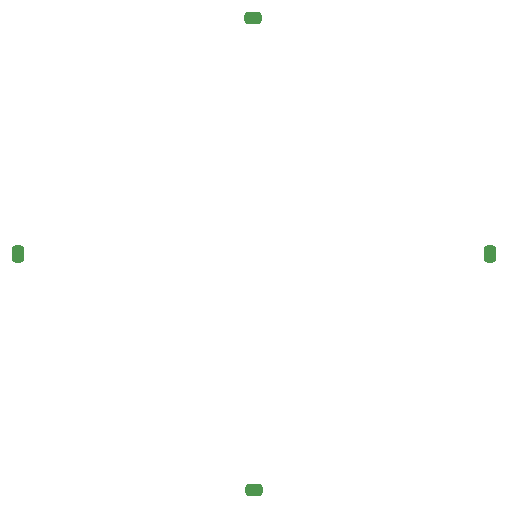
<source format=gbr>
%TF.GenerationSoftware,KiCad,Pcbnew,7.0.2-0*%
%TF.CreationDate,2023-08-14T19:33:41+08:00*%
%TF.ProjectId,Top:bottom_plate,546f703a-626f-4747-946f-6d5f706c6174,rev?*%
%TF.SameCoordinates,Original*%
%TF.FileFunction,Paste,Bot*%
%TF.FilePolarity,Positive*%
%FSLAX46Y46*%
G04 Gerber Fmt 4.6, Leading zero omitted, Abs format (unit mm)*
G04 Created by KiCad (PCBNEW 7.0.2-0) date 2023-08-14 19:33:41*
%MOMM*%
%LPD*%
G01*
G04 APERTURE LIST*
G04 Aperture macros list*
%AMRoundRect*
0 Rectangle with rounded corners*
0 $1 Rounding radius*
0 $2 $3 $4 $5 $6 $7 $8 $9 X,Y pos of 4 corners*
0 Add a 4 corners polygon primitive as box body*
4,1,4,$2,$3,$4,$5,$6,$7,$8,$9,$2,$3,0*
0 Add four circle primitives for the rounded corners*
1,1,$1+$1,$2,$3*
1,1,$1+$1,$4,$5*
1,1,$1+$1,$6,$7*
1,1,$1+$1,$8,$9*
0 Add four rect primitives between the rounded corners*
20,1,$1+$1,$2,$3,$4,$5,0*
20,1,$1+$1,$4,$5,$6,$7,0*
20,1,$1+$1,$6,$7,$8,$9,0*
20,1,$1+$1,$8,$9,$2,$3,0*%
G04 Aperture macros list end*
%ADD10RoundRect,0.250000X0.250000X0.475000X-0.250000X0.475000X-0.250000X-0.475000X0.250000X-0.475000X0*%
%ADD11RoundRect,0.250000X-0.250000X-0.475000X0.250000X-0.475000X0.250000X0.475000X-0.250000X0.475000X0*%
%ADD12RoundRect,0.250000X0.475000X-0.250000X0.475000X0.250000X-0.475000X0.250000X-0.475000X-0.250000X0*%
%ADD13RoundRect,0.250000X-0.475000X0.250000X-0.475000X-0.250000X0.475000X-0.250000X0.475000X0.250000X0*%
G04 APERTURE END LIST*
D10*
%TO.C,REF\u002A\u002A*%
X148000000Y-115100000D03*
%TD*%
D11*
%TO.C,REF\u002A\u002A*%
X108000000Y-115100000D03*
%TD*%
D12*
%TO.C,REF\u002A\u002A*%
X127999999Y-135100000D03*
%TD*%
D13*
%TO.C,REF\u002A\u002A*%
X127900000Y-95100000D03*
%TD*%
M02*

</source>
